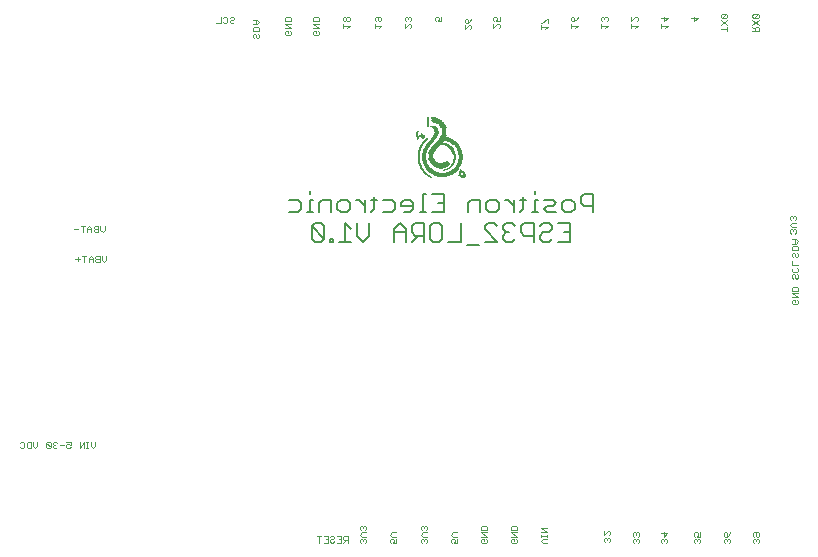
<source format=gbr>
G04 EAGLE Gerber RS-274X export*
G75*
%MOMM*%
%FSLAX34Y34*%
%LPD*%
%INSilkscreen Bottom*%
%IPPOS*%
%AMOC8*
5,1,8,0,0,1.08239X$1,22.5*%
G01*
%ADD10C,0.127000*%
%ADD11R,0.127000X0.025400*%
%ADD12R,0.203200X0.025400*%
%ADD13R,0.279400X0.025400*%
%ADD14R,0.177800X0.025400*%
%ADD15R,0.355600X0.025400*%
%ADD16R,0.381000X0.025400*%
%ADD17R,0.457200X0.025400*%
%ADD18R,0.736600X0.025400*%
%ADD19R,0.508000X0.025400*%
%ADD20R,0.914400X0.025400*%
%ADD21R,0.558800X0.025400*%
%ADD22R,1.092200X0.025400*%
%ADD23R,0.152400X0.025400*%
%ADD24R,0.584200X0.025400*%
%ADD25R,1.219200X0.025400*%
%ADD26R,1.371600X0.025400*%
%ADD27R,0.228600X0.025400*%
%ADD28R,1.473200X0.025400*%
%ADD29R,1.574800X0.025400*%
%ADD30R,1.651000X0.025400*%
%ADD31R,1.752600X0.025400*%
%ADD32R,1.828800X0.025400*%
%ADD33R,1.905000X0.025400*%
%ADD34R,0.889000X0.025400*%
%ADD35R,0.863600X0.025400*%
%ADD36R,0.711200X0.025400*%
%ADD37R,0.431800X0.025400*%
%ADD38R,0.685800X0.025400*%
%ADD39R,0.635000X0.025400*%
%ADD40R,0.406400X0.025400*%
%ADD41R,0.609600X0.025400*%
%ADD42R,0.330200X0.025400*%
%ADD43R,0.533400X0.025400*%
%ADD44R,0.304800X0.025400*%
%ADD45R,0.254000X0.025400*%
%ADD46R,0.482600X0.025400*%
%ADD47R,0.050800X0.025400*%
%ADD48R,0.838200X0.025400*%
%ADD49R,0.965200X0.025400*%
%ADD50R,1.041400X0.025400*%
%ADD51R,1.117600X0.025400*%
%ADD52R,1.270000X0.025400*%
%ADD53R,1.320800X0.025400*%
%ADD54R,1.422400X0.025400*%
%ADD55R,1.524000X0.025400*%
%ADD56R,1.549400X0.025400*%
%ADD57R,0.660400X0.025400*%
%ADD58R,0.101600X0.025400*%
%ADD59R,0.812800X0.025400*%
%ADD60R,1.295400X0.025400*%
%ADD61R,1.244600X0.025400*%
%ADD62R,1.193800X0.025400*%
%ADD63R,0.076200X0.025400*%
%ADD64R,1.066800X0.025400*%
%ADD65R,0.990600X0.025400*%
%ADD66R,0.025400X0.025400*%
%ADD67R,0.787400X0.025400*%
%ADD68R,0.762000X0.025400*%
%ADD69C,0.076200*%


D10*
X497602Y323596D02*
X497602Y339103D01*
X489848Y339103D01*
X487263Y336519D01*
X487263Y331350D01*
X489848Y328765D01*
X497602Y328765D01*
X479581Y323596D02*
X474412Y323596D01*
X471827Y326181D01*
X471827Y331350D01*
X474412Y333934D01*
X479581Y333934D01*
X482166Y331350D01*
X482166Y326181D01*
X479581Y323596D01*
X466730Y323596D02*
X458976Y323596D01*
X456391Y326181D01*
X458976Y328765D01*
X464145Y328765D01*
X466730Y331350D01*
X464145Y333934D01*
X456391Y333934D01*
X451293Y333934D02*
X448709Y333934D01*
X448709Y323596D01*
X451293Y323596D02*
X446124Y323596D01*
X448709Y339103D02*
X448709Y341688D01*
X438418Y336519D02*
X438418Y326181D01*
X435834Y323596D01*
X435834Y333934D02*
X441003Y333934D01*
X430712Y333934D02*
X430712Y323596D01*
X430712Y328765D02*
X425543Y333934D01*
X422958Y333934D01*
X415264Y323596D02*
X410095Y323596D01*
X407511Y326181D01*
X407511Y331350D01*
X410095Y333934D01*
X415264Y333934D01*
X417849Y331350D01*
X417849Y326181D01*
X415264Y323596D01*
X402413Y323596D02*
X402413Y333934D01*
X394659Y333934D01*
X392074Y331350D01*
X392074Y323596D01*
X371541Y339103D02*
X361202Y339103D01*
X371541Y339103D02*
X371541Y323596D01*
X361202Y323596D01*
X366371Y331350D02*
X371541Y331350D01*
X356104Y339103D02*
X353520Y339103D01*
X353520Y323596D01*
X356104Y323596D02*
X350935Y323596D01*
X343229Y323596D02*
X338060Y323596D01*
X343229Y323596D02*
X345814Y326181D01*
X345814Y331350D01*
X343229Y333934D01*
X338060Y333934D01*
X335476Y331350D01*
X335476Y328765D01*
X345814Y328765D01*
X327793Y333934D02*
X320040Y333934D01*
X327793Y333934D02*
X330378Y331350D01*
X330378Y326181D01*
X327793Y323596D01*
X320040Y323596D01*
X312357Y326181D02*
X312357Y336519D01*
X312357Y326181D02*
X309773Y323596D01*
X309773Y333934D02*
X314942Y333934D01*
X304651Y333934D02*
X304651Y323596D01*
X304651Y328765D02*
X299482Y333934D01*
X296897Y333934D01*
X289203Y323596D02*
X284034Y323596D01*
X281449Y326181D01*
X281449Y331350D01*
X284034Y333934D01*
X289203Y333934D01*
X291788Y331350D01*
X291788Y326181D01*
X289203Y323596D01*
X276352Y323596D02*
X276352Y333934D01*
X268598Y333934D01*
X266013Y331350D01*
X266013Y323596D01*
X260915Y333934D02*
X258331Y333934D01*
X258331Y323596D01*
X260915Y323596D02*
X255746Y323596D01*
X258331Y339103D02*
X258331Y341688D01*
X248040Y333934D02*
X240287Y333934D01*
X248040Y333934D02*
X250625Y331350D01*
X250625Y326181D01*
X248040Y323596D01*
X240287Y323596D01*
X467968Y313957D02*
X478307Y313957D01*
X478307Y298450D01*
X467968Y298450D01*
X473137Y306204D02*
X478307Y306204D01*
X455117Y313957D02*
X452532Y311373D01*
X455117Y313957D02*
X460286Y313957D01*
X462870Y311373D01*
X462870Y308788D01*
X460286Y306204D01*
X455117Y306204D01*
X452532Y303619D01*
X452532Y301035D01*
X455117Y298450D01*
X460286Y298450D01*
X462870Y301035D01*
X447434Y298450D02*
X447434Y313957D01*
X439681Y313957D01*
X437096Y311373D01*
X437096Y306204D01*
X439681Y303619D01*
X447434Y303619D01*
X431998Y311373D02*
X429414Y313957D01*
X424245Y313957D01*
X421660Y311373D01*
X421660Y308788D01*
X424245Y306204D01*
X426829Y306204D01*
X424245Y306204D02*
X421660Y303619D01*
X421660Y301035D01*
X424245Y298450D01*
X429414Y298450D01*
X431998Y301035D01*
X416562Y298450D02*
X406224Y298450D01*
X416562Y298450D02*
X406224Y308788D01*
X406224Y311373D01*
X408809Y313957D01*
X413978Y313957D01*
X416562Y311373D01*
X401126Y295865D02*
X390788Y295865D01*
X385690Y298450D02*
X385690Y313957D01*
X385690Y298450D02*
X375352Y298450D01*
X367670Y313957D02*
X362500Y313957D01*
X367670Y313957D02*
X370254Y311373D01*
X370254Y301035D01*
X367670Y298450D01*
X362500Y298450D01*
X359916Y301035D01*
X359916Y311373D01*
X362500Y313957D01*
X354818Y313957D02*
X354818Y298450D01*
X354818Y313957D02*
X347064Y313957D01*
X344480Y311373D01*
X344480Y306204D01*
X347064Y303619D01*
X354818Y303619D01*
X349649Y303619D02*
X344480Y298450D01*
X339382Y298450D02*
X339382Y308788D01*
X334213Y313957D01*
X329044Y308788D01*
X329044Y298450D01*
X329044Y306204D02*
X339382Y306204D01*
X308510Y303619D02*
X308510Y313957D01*
X308510Y303619D02*
X303341Y298450D01*
X298172Y303619D01*
X298172Y313957D01*
X293074Y308788D02*
X287905Y313957D01*
X287905Y298450D01*
X293074Y298450D02*
X282736Y298450D01*
X277638Y298450D02*
X277638Y301035D01*
X275053Y301035D01*
X275053Y298450D01*
X277638Y298450D01*
X269920Y301035D02*
X269920Y311373D01*
X267335Y313957D01*
X262166Y313957D01*
X259582Y311373D01*
X259582Y301035D01*
X262166Y298450D01*
X267335Y298450D01*
X269920Y301035D01*
X259582Y311373D01*
D11*
X361061Y352171D03*
D12*
X360934Y352425D03*
D13*
X387731Y352679D03*
D14*
X360299Y352679D03*
D15*
X387604Y352933D03*
D16*
X370205Y352933D03*
D14*
X359791Y352933D03*
D17*
X387350Y353187D03*
D18*
X370205Y353187D03*
D14*
X359537Y353187D03*
D19*
X387350Y353441D03*
D20*
X370332Y353441D03*
D14*
X359029Y353441D03*
D21*
X387096Y353695D03*
D22*
X370205Y353695D03*
D23*
X358648Y353695D03*
D24*
X387223Y353949D03*
D25*
X370332Y353949D03*
D14*
X358267Y353949D03*
D23*
X389382Y354203D03*
D13*
X385445Y354203D03*
D26*
X370332Y354203D03*
D14*
X358013Y354203D03*
D23*
X389382Y354457D03*
D27*
X385191Y354457D03*
D28*
X370332Y354457D03*
D23*
X357632Y354457D03*
X389128Y354711D03*
D14*
X384937Y354711D03*
D29*
X370332Y354711D03*
D23*
X357378Y354711D03*
D14*
X389001Y354965D03*
D23*
X384810Y354965D03*
D30*
X370459Y354965D03*
D14*
X356997Y354965D03*
X389001Y355219D03*
D11*
X384937Y355219D03*
D31*
X370459Y355219D03*
D14*
X356743Y355219D03*
X388747Y355473D03*
D23*
X385064Y355473D03*
D32*
X370332Y355473D03*
D23*
X356362Y355473D03*
D12*
X388620Y355727D03*
D23*
X385064Y355727D03*
D33*
X370459Y355727D03*
D23*
X356108Y355727D03*
D12*
X388366Y355981D03*
D23*
X385318Y355981D03*
D34*
X375793Y355981D03*
D35*
X364744Y355981D03*
D23*
X355854Y355981D03*
D12*
X388112Y356235D03*
D23*
X385318Y356235D03*
D18*
X376809Y356235D03*
D36*
X363728Y356235D03*
D23*
X355600Y356235D03*
D37*
X386969Y356489D03*
D38*
X377571Y356489D03*
D39*
X363093Y356489D03*
D23*
X355346Y356489D03*
D40*
X386842Y356743D03*
D41*
X378206Y356743D03*
X362458Y356743D03*
D23*
X355092Y356743D03*
D15*
X386842Y356997D03*
D24*
X378587Y356997D03*
X362077Y356997D03*
D23*
X354838Y356997D03*
D42*
X386715Y357251D03*
D43*
X379095Y357251D03*
X361569Y357251D03*
D23*
X354838Y357251D03*
D44*
X386588Y357505D03*
D19*
X379476Y357505D03*
X361188Y357505D03*
D23*
X354584Y357505D03*
D45*
X386334Y357759D03*
D19*
X379730Y357759D03*
X360934Y357759D03*
D23*
X354330Y357759D03*
D27*
X386207Y358013D03*
D46*
X380111Y358013D03*
X360553Y358013D03*
D23*
X354076Y358013D03*
D14*
X386207Y358267D03*
D17*
X380492Y358267D03*
D46*
X360299Y358267D03*
D23*
X353822Y358267D03*
D11*
X386207Y358521D03*
D17*
X380746Y358521D03*
D11*
X371729Y358521D03*
D17*
X359918Y358521D03*
D23*
X353822Y358521D03*
D47*
X386080Y358775D03*
D17*
X381000Y358775D03*
D23*
X372618Y358775D03*
D17*
X359664Y358775D03*
D23*
X353568Y358775D03*
D37*
X381381Y359029D03*
D23*
X373634Y359029D03*
D37*
X359283Y359029D03*
D23*
X353314Y359029D03*
D37*
X381635Y359283D03*
D11*
X374269Y359283D03*
D37*
X359029Y359283D03*
D23*
X353314Y359283D03*
D40*
X381762Y359537D03*
D11*
X374777Y359537D03*
D37*
X358775Y359537D03*
D23*
X353060Y359537D03*
D40*
X382016Y359791D03*
D11*
X375285Y359791D03*
D40*
X358648Y359791D03*
D23*
X352806Y359791D03*
D40*
X382270Y360045D03*
D11*
X375793Y360045D03*
D40*
X358394Y360045D03*
D23*
X352806Y360045D03*
D16*
X382397Y360299D03*
D11*
X376047Y360299D03*
D13*
X368935Y360299D03*
D40*
X358140Y360299D03*
D23*
X352552Y360299D03*
D16*
X382651Y360553D03*
D11*
X376555Y360553D03*
D21*
X369062Y360553D03*
D16*
X358013Y360553D03*
D23*
X352552Y360553D03*
D16*
X382905Y360807D03*
D11*
X376809Y360807D03*
D36*
X369062Y360807D03*
D16*
X357759Y360807D03*
D23*
X352298Y360807D03*
D16*
X382905Y361061D03*
D11*
X377063Y361061D03*
D48*
X368935Y361061D03*
D16*
X357505Y361061D03*
D23*
X352298Y361061D03*
D16*
X383159Y361315D03*
D11*
X377317Y361315D03*
D49*
X369062Y361315D03*
D15*
X357378Y361315D03*
D23*
X352044Y361315D03*
D16*
X383413Y361569D03*
D11*
X377571Y361569D03*
D50*
X368935Y361569D03*
D16*
X357251Y361569D03*
D23*
X352044Y361569D03*
D15*
X383540Y361823D03*
D11*
X377825Y361823D03*
D51*
X369062Y361823D03*
D15*
X357124Y361823D03*
D23*
X351790Y361823D03*
D16*
X383667Y362077D03*
D11*
X378079Y362077D03*
D25*
X369062Y362077D03*
D15*
X356870Y362077D03*
D23*
X351790Y362077D03*
D15*
X383794Y362331D03*
D23*
X378206Y362331D03*
D52*
X369062Y362331D03*
D16*
X356743Y362331D03*
D11*
X351663Y362331D03*
D15*
X384048Y362585D03*
D23*
X378460Y362585D03*
D53*
X369062Y362585D03*
D15*
X356616Y362585D03*
D23*
X351536Y362585D03*
D15*
X384048Y362839D03*
D23*
X378714Y362839D03*
D26*
X369062Y362839D03*
D15*
X356362Y362839D03*
D11*
X351409Y362839D03*
D15*
X384302Y363093D03*
D14*
X378841Y363093D03*
D54*
X369062Y363093D03*
D15*
X356362Y363093D03*
D23*
X351282Y363093D03*
D42*
X384429Y363347D03*
D23*
X378968Y363347D03*
D28*
X369062Y363347D03*
D42*
X356235Y363347D03*
D23*
X351282Y363347D03*
D42*
X384429Y363601D03*
D23*
X379222Y363601D03*
D55*
X369062Y363601D03*
D15*
X356108Y363601D03*
D11*
X351155Y363601D03*
D42*
X384683Y363855D03*
D14*
X379349Y363855D03*
D29*
X369062Y363855D03*
D42*
X355981Y363855D03*
D23*
X351028Y363855D03*
D42*
X384683Y364109D03*
D23*
X379476Y364109D03*
D56*
X368681Y364109D03*
D42*
X355981Y364109D03*
D23*
X351028Y364109D03*
D15*
X384810Y364363D03*
D14*
X379603Y364363D03*
D43*
X373507Y364363D03*
D57*
X363982Y364363D03*
D42*
X355727Y364363D03*
D11*
X350901Y364363D03*
D42*
X384937Y364617D03*
D23*
X379730Y364617D03*
D37*
X373761Y364617D03*
D41*
X363474Y364617D03*
D42*
X355727Y364617D03*
D11*
X350901Y364617D03*
D42*
X384937Y364871D03*
D14*
X379857Y364871D03*
D15*
X373888Y364871D03*
D21*
X363220Y364871D03*
D42*
X355727Y364871D03*
D23*
X350774Y364871D03*
D42*
X385191Y365125D03*
D14*
X379857Y365125D03*
D13*
X374015Y365125D03*
D43*
X362839Y365125D03*
D42*
X355473Y365125D03*
D23*
X350774Y365125D03*
D42*
X385191Y365379D03*
D14*
X380111Y365379D03*
D27*
X374015Y365379D03*
D43*
X362585Y365379D03*
D42*
X355473Y365379D03*
D11*
X350647Y365379D03*
D42*
X385191Y365633D03*
D14*
X380111Y365633D03*
X374015Y365633D03*
D19*
X362458Y365633D03*
D42*
X355473Y365633D03*
D11*
X350647Y365633D03*
D44*
X385318Y365887D03*
D12*
X380238Y365887D03*
D58*
X373888Y365887D03*
D46*
X362077Y365887D03*
D44*
X355346Y365887D03*
D23*
X350520Y365887D03*
D42*
X385445Y366141D03*
D14*
X380365Y366141D03*
D47*
X373888Y366141D03*
D17*
X361950Y366141D03*
D42*
X355219Y366141D03*
D23*
X350520Y366141D03*
D42*
X385445Y366395D03*
D14*
X380365Y366395D03*
D17*
X361696Y366395D03*
D42*
X355219Y366395D03*
D23*
X350520Y366395D03*
D42*
X385445Y366649D03*
D12*
X380492Y366649D03*
D17*
X361696Y366649D03*
D42*
X355219Y366649D03*
D11*
X350393Y366649D03*
D44*
X385572Y366903D03*
D12*
X380492Y366903D03*
D17*
X361442Y366903D03*
D44*
X355092Y366903D03*
D11*
X350393Y366903D03*
D44*
X385572Y367157D03*
D12*
X380492Y367157D03*
D37*
X361315Y367157D03*
D44*
X355092Y367157D03*
D11*
X350393Y367157D03*
D44*
X385572Y367411D03*
D14*
X380619Y367411D03*
D37*
X361315Y367411D03*
D42*
X354965Y367411D03*
D23*
X350266Y367411D03*
D42*
X385699Y367665D03*
D12*
X380746Y367665D03*
D37*
X361061Y367665D03*
D42*
X354965Y367665D03*
D23*
X350266Y367665D03*
D42*
X385699Y367919D03*
D12*
X380746Y367919D03*
D40*
X360934Y367919D03*
D42*
X354965Y367919D03*
D23*
X350266Y367919D03*
D42*
X385699Y368173D03*
D12*
X380746Y368173D03*
D40*
X360934Y368173D03*
D42*
X354965Y368173D03*
D23*
X350266Y368173D03*
D44*
X385826Y368427D03*
D12*
X380746Y368427D03*
D37*
X360807Y368427D03*
D44*
X354838Y368427D03*
D23*
X350266Y368427D03*
D44*
X385826Y368681D03*
D12*
X380746Y368681D03*
D40*
X360680Y368681D03*
D44*
X354838Y368681D03*
D23*
X350266Y368681D03*
D44*
X385826Y368935D03*
D12*
X380746Y368935D03*
D40*
X360680Y368935D03*
D44*
X354838Y368935D03*
D11*
X350139Y368935D03*
D44*
X385826Y369189D03*
D12*
X380746Y369189D03*
D40*
X360680Y369189D03*
D44*
X354838Y369189D03*
D11*
X350139Y369189D03*
D44*
X385826Y369443D03*
D12*
X380746Y369443D03*
D40*
X360680Y369443D03*
D44*
X354838Y369443D03*
D11*
X350139Y369443D03*
D44*
X385826Y369697D03*
D12*
X380746Y369697D03*
D16*
X360553Y369697D03*
D44*
X354838Y369697D03*
D11*
X350139Y369697D03*
D44*
X385826Y369951D03*
D12*
X380746Y369951D03*
D16*
X360553Y369951D03*
D44*
X354838Y369951D03*
D11*
X350139Y369951D03*
D44*
X385826Y370205D03*
D12*
X380746Y370205D03*
D16*
X360553Y370205D03*
D44*
X354838Y370205D03*
D11*
X350139Y370205D03*
D44*
X385826Y370459D03*
D27*
X380619Y370459D03*
D16*
X360553Y370459D03*
D44*
X354838Y370459D03*
D11*
X350139Y370459D03*
D44*
X385826Y370713D03*
D27*
X380619Y370713D03*
D16*
X360553Y370713D03*
D44*
X354838Y370713D03*
D11*
X350139Y370713D03*
D44*
X385826Y370967D03*
D27*
X380619Y370967D03*
D16*
X360553Y370967D03*
D44*
X354838Y370967D03*
D23*
X350266Y370967D03*
D42*
X385699Y371221D03*
D27*
X380619Y371221D03*
D16*
X360553Y371221D03*
D44*
X354838Y371221D03*
D23*
X350266Y371221D03*
D42*
X385699Y371475D03*
D27*
X380619Y371475D03*
D16*
X360553Y371475D03*
D44*
X354838Y371475D03*
D23*
X350266Y371475D03*
D44*
X385572Y371729D03*
D27*
X380619Y371729D03*
D40*
X360680Y371729D03*
D42*
X354965Y371729D03*
D23*
X350266Y371729D03*
D44*
X385572Y371983D03*
D27*
X380365Y371983D03*
D40*
X360680Y371983D03*
D42*
X354965Y371983D03*
D23*
X350266Y371983D03*
D44*
X385572Y372237D03*
D27*
X380365Y372237D03*
D40*
X360680Y372237D03*
D42*
X354965Y372237D03*
D11*
X350393Y372237D03*
D44*
X385572Y372491D03*
D27*
X380365Y372491D03*
D40*
X360680Y372491D03*
D42*
X354965Y372491D03*
D11*
X350393Y372491D03*
D44*
X385572Y372745D03*
D45*
X380238Y372745D03*
D40*
X360680Y372745D03*
D44*
X355092Y372745D03*
D11*
X350393Y372745D03*
D42*
X385445Y372999D03*
D45*
X380238Y372999D03*
D37*
X360807Y372999D03*
D44*
X355092Y372999D03*
D11*
X350393Y372999D03*
D42*
X385445Y373253D03*
D27*
X380111Y373253D03*
D40*
X360934Y373253D03*
D42*
X355219Y373253D03*
D23*
X350520Y373253D03*
D44*
X385318Y373507D03*
D45*
X379984Y373507D03*
D37*
X361061Y373507D03*
D42*
X355219Y373507D03*
D23*
X350520Y373507D03*
D44*
X385318Y373761D03*
D45*
X379984Y373761D03*
D37*
X361061Y373761D03*
D42*
X355219Y373761D03*
D11*
X350647Y373761D03*
D42*
X385191Y374015D03*
D45*
X379730Y374015D03*
D37*
X361315Y374015D03*
D44*
X355346Y374015D03*
D11*
X350647Y374015D03*
D42*
X385191Y374269D03*
D45*
X379730Y374269D03*
D37*
X361315Y374269D03*
D42*
X355473Y374269D03*
D11*
X350647Y374269D03*
D44*
X385064Y374523D03*
D45*
X379476Y374523D03*
D17*
X361442Y374523D03*
D42*
X355473Y374523D03*
D23*
X350774Y374523D03*
D42*
X384937Y374777D03*
D45*
X379476Y374777D03*
D17*
X361696Y374777D03*
D15*
X355600Y374777D03*
D11*
X350901Y374777D03*
D42*
X384937Y375031D03*
D45*
X379222Y375031D03*
D46*
X361823Y375031D03*
D42*
X355727Y375031D03*
D11*
X350901Y375031D03*
D44*
X384810Y375285D03*
D45*
X379222Y375285D03*
D17*
X361950Y375285D03*
D42*
X355727Y375285D03*
D11*
X350901Y375285D03*
D42*
X384683Y375539D03*
D45*
X378968Y375539D03*
D46*
X362077Y375539D03*
D15*
X355854Y375539D03*
D23*
X351028Y375539D03*
D42*
X384683Y375793D03*
D13*
X378841Y375793D03*
D46*
X362331Y375793D03*
D42*
X355981Y375793D03*
D11*
X351155Y375793D03*
D42*
X384429Y376047D03*
D13*
X378587Y376047D03*
D19*
X362458Y376047D03*
D15*
X356108Y376047D03*
D11*
X351155Y376047D03*
D42*
X384429Y376301D03*
D13*
X378587Y376301D03*
D19*
X362712Y376301D03*
D42*
X356235Y376301D03*
D23*
X351282Y376301D03*
D15*
X384302Y376555D03*
D13*
X378333Y376555D03*
D19*
X362966Y376555D03*
D15*
X356362Y376555D03*
D11*
X351409Y376555D03*
D42*
X384175Y376809D03*
D13*
X378079Y376809D03*
D43*
X363093Y376809D03*
D42*
X356489Y376809D03*
D11*
X351409Y376809D03*
D15*
X384048Y377063D03*
D13*
X377825Y377063D03*
D43*
X363347Y377063D03*
D15*
X356616Y377063D03*
D11*
X351663Y377063D03*
D15*
X383794Y377317D03*
D13*
X377571Y377317D03*
D43*
X363601Y377317D03*
D15*
X356870Y377317D03*
D11*
X351663Y377317D03*
D15*
X383794Y377571D03*
D42*
X377317Y377571D03*
D43*
X363855Y377571D03*
D15*
X356870Y377571D03*
D23*
X351790Y377571D03*
D15*
X383540Y377825D03*
D42*
X377063Y377825D03*
D19*
X363982Y377825D03*
D15*
X357124Y377825D03*
D11*
X351917Y377825D03*
D16*
X383413Y378079D03*
D42*
X376809Y378079D03*
D19*
X364236Y378079D03*
D16*
X357251Y378079D03*
D23*
X352044Y378079D03*
D15*
X383286Y378333D03*
D44*
X376428Y378333D03*
D43*
X364363Y378333D03*
D16*
X357505Y378333D03*
D11*
X352171Y378333D03*
D16*
X383159Y378587D03*
D42*
X376047Y378587D03*
D43*
X364617Y378587D03*
D16*
X357505Y378587D03*
D23*
X352298Y378587D03*
D16*
X382905Y378841D03*
D42*
X375793Y378841D03*
D43*
X364871Y378841D03*
D16*
X357759Y378841D03*
D11*
X352425Y378841D03*
D16*
X382651Y379095D03*
D15*
X375412Y379095D03*
D43*
X365125Y379095D03*
D16*
X358013Y379095D03*
D23*
X352552Y379095D03*
D40*
X382524Y379349D03*
D15*
X374904Y379349D03*
D43*
X365379Y379349D03*
D40*
X358140Y379349D03*
D11*
X352679Y379349D03*
D40*
X382270Y379603D03*
D16*
X374523Y379603D03*
D43*
X365633Y379603D03*
D16*
X358267Y379603D03*
D11*
X352933Y379603D03*
D40*
X382016Y379857D03*
X373888Y379857D03*
D43*
X365887Y379857D03*
D16*
X358521Y379857D03*
D11*
X352933Y379857D03*
D40*
X381762Y380111D03*
D46*
X373253Y380111D03*
D43*
X366141Y380111D03*
D16*
X358775Y380111D03*
D11*
X353187Y380111D03*
D37*
X381635Y380365D03*
D24*
X372237Y380365D03*
D43*
X366395Y380365D03*
D40*
X358902Y380365D03*
D23*
X353314Y380365D03*
D37*
X381381Y380619D03*
D50*
X369189Y380619D03*
D16*
X359029Y380619D03*
D11*
X353441Y380619D03*
D17*
X381000Y380873D03*
D49*
X369062Y380873D03*
D16*
X359283Y380873D03*
D11*
X353695Y380873D03*
D17*
X380746Y381127D03*
D48*
X368681Y381127D03*
D16*
X359537Y381127D03*
D11*
X353949Y381127D03*
D17*
X380492Y381381D03*
D58*
X370586Y381381D03*
D43*
X367157Y381381D03*
D16*
X359791Y381381D03*
D11*
X353949Y381381D03*
D46*
X380111Y381635D03*
D43*
X367411Y381635D03*
D15*
X359918Y381635D03*
D11*
X354203Y381635D03*
D19*
X379730Y381889D03*
D43*
X367665Y381889D03*
D15*
X360172Y381889D03*
D11*
X354457Y381889D03*
D19*
X379476Y382143D03*
D43*
X367919Y382143D03*
D16*
X360299Y382143D03*
D11*
X354711Y382143D03*
D43*
X379095Y382397D03*
X368173Y382397D03*
D16*
X360553Y382397D03*
D11*
X354711Y382397D03*
D21*
X378714Y382651D03*
D43*
X368427Y382651D03*
D15*
X360680Y382651D03*
D11*
X354965Y382651D03*
D41*
X378206Y382905D03*
D19*
X368554Y382905D03*
D15*
X360934Y382905D03*
D11*
X355219Y382905D03*
D57*
X377698Y383159D03*
D19*
X368808Y383159D03*
D15*
X361188Y383159D03*
D11*
X355473Y383159D03*
D38*
X377063Y383413D03*
D19*
X369062Y383413D03*
D15*
X361442Y383413D03*
D11*
X355727Y383413D03*
D59*
X376174Y383667D03*
D19*
X369316Y383667D03*
D16*
X361569Y383667D03*
D11*
X355981Y383667D03*
D60*
X373507Y383921D03*
D15*
X361696Y383921D03*
D11*
X356235Y383921D03*
D61*
X373253Y384175D03*
D15*
X361950Y384175D03*
D11*
X356489Y384175D03*
D62*
X373253Y384429D03*
D15*
X362204Y384429D03*
D11*
X356743Y384429D03*
D51*
X373126Y384683D03*
D42*
X362331Y384683D03*
D11*
X356997Y384683D03*
D63*
X349631Y384683D03*
D64*
X372872Y384937D03*
D42*
X362585Y384937D03*
D11*
X357505Y384937D03*
D63*
X353695Y384937D03*
D11*
X349631Y384937D03*
D65*
X372745Y385191D03*
D44*
X362712Y385191D03*
D11*
X353695Y385191D03*
D23*
X349504Y385191D03*
D20*
X372618Y385445D03*
D42*
X362839Y385445D03*
D23*
X353568Y385445D03*
D14*
X349631Y385445D03*
D48*
X372491Y385699D03*
D42*
X363093Y385699D03*
D23*
X353568Y385699D03*
D14*
X349631Y385699D03*
D18*
X372237Y385953D03*
D44*
X363220Y385953D03*
D23*
X353568Y385953D03*
D14*
X349377Y385953D03*
D39*
X371983Y386207D03*
D44*
X363474Y386207D03*
D14*
X353441Y386207D03*
X349377Y386207D03*
D21*
X371602Y386461D03*
D44*
X363728Y386461D03*
D13*
X353949Y386461D03*
D14*
X349377Y386461D03*
D37*
X371221Y386715D03*
D44*
X363982Y386715D03*
D17*
X353314Y386715D03*
D12*
X349250Y386715D03*
D37*
X371221Y386969D03*
D44*
X363982Y386969D03*
D46*
X353187Y386969D03*
D14*
X349123Y386969D03*
D40*
X371348Y387223D03*
D44*
X364236Y387223D03*
D46*
X353187Y387223D03*
D14*
X349123Y387223D03*
D37*
X371475Y387477D03*
D13*
X364363Y387477D03*
D37*
X353441Y387477D03*
D14*
X349123Y387477D03*
D40*
X371602Y387731D03*
D13*
X364617Y387731D03*
D42*
X353187Y387731D03*
D14*
X348869Y387731D03*
D40*
X371602Y387985D03*
D13*
X364617Y387985D03*
D14*
X353187Y387985D03*
X348869Y387985D03*
D40*
X371602Y388239D03*
D13*
X364871Y388239D03*
D23*
X353060Y388239D03*
D14*
X348869Y388239D03*
D16*
X371729Y388493D03*
D13*
X364871Y388493D03*
D23*
X353060Y388493D03*
X348742Y388493D03*
D40*
X371856Y388747D03*
D45*
X364998Y388747D03*
D11*
X352933Y388747D03*
D23*
X348742Y388747D03*
D40*
X371856Y389001D03*
D13*
X365125Y389001D03*
D11*
X352933Y389001D03*
D23*
X348742Y389001D03*
D40*
X371856Y389255D03*
D13*
X365125Y389255D03*
D63*
X352933Y389255D03*
D23*
X348742Y389255D03*
D40*
X371856Y389509D03*
D13*
X365125Y389509D03*
D47*
X352806Y389509D03*
D14*
X348869Y389509D03*
D16*
X371983Y389763D03*
D13*
X365379Y389763D03*
D14*
X348869Y389763D03*
D16*
X371983Y390017D03*
D13*
X365379Y390017D03*
D23*
X348996Y390017D03*
D16*
X371983Y390271D03*
D13*
X365379Y390271D03*
D23*
X348996Y390271D03*
D16*
X371983Y390525D03*
D13*
X365379Y390525D03*
D23*
X348996Y390525D03*
D16*
X371983Y390779D03*
D13*
X365379Y390779D03*
D11*
X349123Y390779D03*
D16*
X371983Y391033D03*
D13*
X365379Y391033D03*
D58*
X349250Y391033D03*
D16*
X371983Y391287D03*
D44*
X365252Y391287D03*
D66*
X349377Y391287D03*
D16*
X371983Y391541D03*
D44*
X365252Y391541D03*
D16*
X371983Y391795D03*
D44*
X365252Y391795D03*
D16*
X371983Y392049D03*
D44*
X365252Y392049D03*
D16*
X371983Y392303D03*
D44*
X365252Y392303D03*
D40*
X371856Y392557D03*
D44*
X364998Y392557D03*
D40*
X371856Y392811D03*
D44*
X364998Y392811D03*
D40*
X371856Y393065D03*
D44*
X364998Y393065D03*
D40*
X371856Y393319D03*
D44*
X364744Y393319D03*
D40*
X371602Y393573D03*
D42*
X364617Y393573D03*
D40*
X371602Y393827D03*
D44*
X364490Y393827D03*
D40*
X371602Y394081D03*
D44*
X364236Y394081D03*
D37*
X371475Y394335D03*
D44*
X363982Y394335D03*
D40*
X371348Y394589D03*
D44*
X363728Y394589D03*
D37*
X371221Y394843D03*
D42*
X363347Y394843D03*
D37*
X371221Y395097D03*
D42*
X363093Y395097D03*
D37*
X370967Y395351D03*
D42*
X362585Y395351D03*
D37*
X370967Y395605D03*
D16*
X361823Y395605D03*
D17*
X370840Y395859D03*
D44*
X361442Y395859D03*
D14*
X357759Y395859D03*
D17*
X370586Y396113D03*
D14*
X357759Y396113D03*
D46*
X370459Y396367D03*
D14*
X357759Y396367D03*
D46*
X370205Y396621D03*
D14*
X357759Y396621D03*
D19*
X370078Y396875D03*
D14*
X357759Y396875D03*
D19*
X369824Y397129D03*
D14*
X357759Y397129D03*
D19*
X369570Y397383D03*
D14*
X357759Y397383D03*
D43*
X369443Y397637D03*
D14*
X357759Y397637D03*
D21*
X369062Y397891D03*
D14*
X357759Y397891D03*
D21*
X368808Y398145D03*
D14*
X357759Y398145D03*
D41*
X368554Y398399D03*
D14*
X357759Y398399D03*
D57*
X368046Y398653D03*
D14*
X357759Y398653D03*
D36*
X367538Y398907D03*
D14*
X357759Y398907D03*
D67*
X366903Y399161D03*
D14*
X357759Y399161D03*
D20*
X366014Y399415D03*
D14*
X357759Y399415D03*
D34*
X365887Y399669D03*
D14*
X357759Y399669D03*
D35*
X365760Y399923D03*
D14*
X357759Y399923D03*
D48*
X365633Y400177D03*
D14*
X357759Y400177D03*
D59*
X365506Y400431D03*
D14*
X357759Y400431D03*
D68*
X365252Y400685D03*
D14*
X357759Y400685D03*
D18*
X365125Y400939D03*
D14*
X357759Y400939D03*
D38*
X364871Y401193D03*
D14*
X357759Y401193D03*
D57*
X364744Y401447D03*
D14*
X357759Y401447D03*
D41*
X364490Y401701D03*
D14*
X357759Y401701D03*
D21*
X364236Y401955D03*
D14*
X357759Y401955D03*
D19*
X363982Y402209D03*
D14*
X357759Y402209D03*
D37*
X363601Y402463D03*
D14*
X357759Y402463D03*
D15*
X363220Y402717D03*
D14*
X357759Y402717D03*
D45*
X362712Y402971D03*
D14*
X357759Y402971D03*
D69*
X670442Y249215D02*
X671332Y248325D01*
X671332Y246545D01*
X670442Y245656D01*
X666883Y245656D01*
X665993Y246545D01*
X665993Y248325D01*
X666883Y249215D01*
X668662Y249215D01*
X668662Y247435D01*
X665993Y251269D02*
X671332Y251269D01*
X665993Y254828D01*
X671332Y254828D01*
X671332Y256882D02*
X665993Y256882D01*
X665993Y259551D01*
X666883Y260441D01*
X670442Y260441D01*
X671332Y259551D01*
X671332Y256882D01*
X671332Y269915D02*
X670442Y270805D01*
X671332Y269915D02*
X671332Y268135D01*
X670442Y267246D01*
X669552Y267246D01*
X668662Y268135D01*
X668662Y269915D01*
X667773Y270805D01*
X666883Y270805D01*
X665993Y269915D01*
X665993Y268135D01*
X666883Y267246D01*
X671332Y275528D02*
X670442Y276418D01*
X671332Y275528D02*
X671332Y273749D01*
X670442Y272859D01*
X666883Y272859D01*
X665993Y273749D01*
X665993Y275528D01*
X666883Y276418D01*
X665993Y278472D02*
X671332Y278472D01*
X665993Y278472D02*
X665993Y282031D01*
X671322Y288306D02*
X670432Y289196D01*
X671322Y288306D02*
X671322Y286527D01*
X670432Y285637D01*
X669542Y285637D01*
X668652Y286527D01*
X668652Y288306D01*
X667763Y289196D01*
X666873Y289196D01*
X665983Y288306D01*
X665983Y286527D01*
X666873Y285637D01*
X665983Y291250D02*
X671322Y291250D01*
X665983Y291250D02*
X665983Y293919D01*
X666873Y294809D01*
X670432Y294809D01*
X671322Y293919D01*
X671322Y291250D01*
X669542Y296863D02*
X665983Y296863D01*
X669542Y296863D02*
X671322Y298643D01*
X669542Y300422D01*
X665983Y300422D01*
X668652Y300422D02*
X668652Y296863D01*
X669172Y305346D02*
X670062Y306235D01*
X670062Y308015D01*
X669172Y308905D01*
X668282Y308905D01*
X667392Y308015D01*
X667392Y307125D01*
X667392Y308015D02*
X666503Y308905D01*
X665613Y308905D01*
X664723Y308015D01*
X664723Y306235D01*
X665613Y305346D01*
X666503Y310959D02*
X670062Y310959D01*
X666503Y310959D02*
X664723Y312738D01*
X666503Y314518D01*
X670062Y314518D01*
X669172Y316572D02*
X670062Y317462D01*
X670062Y319241D01*
X669172Y320131D01*
X668282Y320131D01*
X667392Y319241D01*
X667392Y318351D01*
X667392Y319241D02*
X666503Y320131D01*
X665613Y320131D01*
X664723Y319241D01*
X664723Y317462D01*
X665613Y316572D01*
X638302Y43957D02*
X637412Y43067D01*
X638302Y43957D02*
X638302Y45736D01*
X637412Y46626D01*
X636522Y46626D01*
X635632Y45736D01*
X635632Y44847D01*
X635632Y45736D02*
X634743Y46626D01*
X633853Y46626D01*
X632963Y45736D01*
X632963Y43957D01*
X633853Y43067D01*
X633853Y48680D02*
X632963Y49570D01*
X632963Y51349D01*
X633853Y52239D01*
X637412Y52239D01*
X638302Y51349D01*
X638302Y49570D01*
X637412Y48680D01*
X636522Y48680D01*
X635632Y49570D01*
X635632Y52239D01*
X614172Y43957D02*
X613282Y43067D01*
X614172Y43957D02*
X614172Y45736D01*
X613282Y46626D01*
X612392Y46626D01*
X611502Y45736D01*
X611502Y44847D01*
X611502Y45736D02*
X610613Y46626D01*
X609723Y46626D01*
X608833Y45736D01*
X608833Y43957D01*
X609723Y43067D01*
X613282Y50460D02*
X614172Y52239D01*
X613282Y50460D02*
X611502Y48680D01*
X609723Y48680D01*
X608833Y49570D01*
X608833Y51349D01*
X609723Y52239D01*
X610613Y52239D01*
X611502Y51349D01*
X611502Y48680D01*
X588772Y43957D02*
X587882Y43067D01*
X588772Y43957D02*
X588772Y45736D01*
X587882Y46626D01*
X586992Y46626D01*
X586102Y45736D01*
X586102Y44847D01*
X586102Y45736D02*
X585213Y46626D01*
X584323Y46626D01*
X583433Y45736D01*
X583433Y43957D01*
X584323Y43067D01*
X588772Y48680D02*
X588772Y52239D01*
X588772Y48680D02*
X586102Y48680D01*
X586992Y50460D01*
X586992Y51349D01*
X586102Y52239D01*
X584323Y52239D01*
X583433Y51349D01*
X583433Y49570D01*
X584323Y48680D01*
X560832Y43957D02*
X559942Y43067D01*
X560832Y43957D02*
X560832Y45736D01*
X559942Y46626D01*
X559052Y46626D01*
X558162Y45736D01*
X558162Y44847D01*
X558162Y45736D02*
X557273Y46626D01*
X556383Y46626D01*
X555493Y45736D01*
X555493Y43957D01*
X556383Y43067D01*
X555493Y51349D02*
X560832Y51349D01*
X558162Y48680D01*
X558162Y52239D01*
X536702Y43957D02*
X535812Y43067D01*
X536702Y43957D02*
X536702Y45736D01*
X535812Y46626D01*
X534922Y46626D01*
X534032Y45736D01*
X534032Y44847D01*
X534032Y45736D02*
X533143Y46626D01*
X532253Y46626D01*
X531363Y45736D01*
X531363Y43957D01*
X532253Y43067D01*
X535812Y48680D02*
X536702Y49570D01*
X536702Y51349D01*
X535812Y52239D01*
X534922Y52239D01*
X534032Y51349D01*
X534032Y50460D01*
X534032Y51349D02*
X533143Y52239D01*
X532253Y52239D01*
X531363Y51349D01*
X531363Y49570D01*
X532253Y48680D01*
X512572Y45227D02*
X511682Y44337D01*
X512572Y45227D02*
X512572Y47006D01*
X511682Y47896D01*
X510792Y47896D01*
X509902Y47006D01*
X509902Y46117D01*
X509902Y47006D02*
X509013Y47896D01*
X508123Y47896D01*
X507233Y47006D01*
X507233Y45227D01*
X508123Y44337D01*
X507233Y49950D02*
X507233Y53509D01*
X507233Y49950D02*
X510792Y53509D01*
X511682Y53509D01*
X512572Y52619D01*
X512572Y50840D01*
X511682Y49950D01*
X459232Y43067D02*
X455673Y43067D01*
X453893Y44847D01*
X455673Y46626D01*
X459232Y46626D01*
X453893Y48680D02*
X453893Y50460D01*
X453893Y49570D02*
X459232Y49570D01*
X459232Y48680D02*
X459232Y50460D01*
X459232Y52422D02*
X453893Y52422D01*
X453893Y55981D02*
X459232Y52422D01*
X459232Y55981D02*
X453893Y55981D01*
X433832Y45736D02*
X432942Y46626D01*
X433832Y45736D02*
X433832Y43957D01*
X432942Y43067D01*
X429383Y43067D01*
X428493Y43957D01*
X428493Y45736D01*
X429383Y46626D01*
X431162Y46626D01*
X431162Y44847D01*
X428493Y48680D02*
X433832Y48680D01*
X428493Y52239D01*
X433832Y52239D01*
X433832Y54293D02*
X428493Y54293D01*
X428493Y56962D01*
X429383Y57852D01*
X432942Y57852D01*
X433832Y56962D01*
X433832Y54293D01*
X408432Y45736D02*
X407542Y46626D01*
X408432Y45736D02*
X408432Y43957D01*
X407542Y43067D01*
X403983Y43067D01*
X403093Y43957D01*
X403093Y45736D01*
X403983Y46626D01*
X405762Y46626D01*
X405762Y44847D01*
X403093Y48680D02*
X408432Y48680D01*
X403093Y52239D01*
X408432Y52239D01*
X408432Y54293D02*
X403093Y54293D01*
X403093Y56962D01*
X403983Y57852D01*
X407542Y57852D01*
X408432Y56962D01*
X408432Y54293D01*
X383032Y46626D02*
X383032Y43067D01*
X380362Y43067D01*
X381252Y44847D01*
X381252Y45736D01*
X380362Y46626D01*
X378583Y46626D01*
X377693Y45736D01*
X377693Y43957D01*
X378583Y43067D01*
X379473Y48680D02*
X383032Y48680D01*
X379473Y48680D02*
X377693Y50460D01*
X379473Y52239D01*
X383032Y52239D01*
X357632Y43957D02*
X356742Y43067D01*
X357632Y43957D02*
X357632Y45736D01*
X356742Y46626D01*
X355852Y46626D01*
X354962Y45736D01*
X354962Y44847D01*
X354962Y45736D02*
X354073Y46626D01*
X353183Y46626D01*
X352293Y45736D01*
X352293Y43957D01*
X353183Y43067D01*
X354073Y48680D02*
X357632Y48680D01*
X354073Y48680D02*
X352293Y50460D01*
X354073Y52239D01*
X357632Y52239D01*
X356742Y54293D02*
X357632Y55183D01*
X357632Y56962D01*
X356742Y57852D01*
X355852Y57852D01*
X354962Y56962D01*
X354962Y56073D01*
X354962Y56962D02*
X354073Y57852D01*
X353183Y57852D01*
X352293Y56962D01*
X352293Y55183D01*
X353183Y54293D01*
X330962Y46626D02*
X330962Y43067D01*
X328292Y43067D01*
X329182Y44847D01*
X329182Y45736D01*
X328292Y46626D01*
X326513Y46626D01*
X325623Y45736D01*
X325623Y43957D01*
X326513Y43067D01*
X327403Y48680D02*
X330962Y48680D01*
X327403Y48680D02*
X325623Y50460D01*
X327403Y52239D01*
X330962Y52239D01*
X305562Y43957D02*
X304672Y43067D01*
X305562Y43957D02*
X305562Y45736D01*
X304672Y46626D01*
X303782Y46626D01*
X302892Y45736D01*
X302892Y44847D01*
X302892Y45736D02*
X302003Y46626D01*
X301113Y46626D01*
X300223Y45736D01*
X300223Y43957D01*
X301113Y43067D01*
X302003Y48680D02*
X305562Y48680D01*
X302003Y48680D02*
X300223Y50460D01*
X302003Y52239D01*
X305562Y52239D01*
X304672Y54293D02*
X305562Y55183D01*
X305562Y56962D01*
X304672Y57852D01*
X303782Y57852D01*
X302892Y56962D01*
X302892Y56073D01*
X302892Y56962D02*
X302003Y57852D01*
X301113Y57852D01*
X300223Y56962D01*
X300223Y55183D01*
X301113Y54293D01*
X290081Y49032D02*
X290081Y43693D01*
X290081Y49032D02*
X287411Y49032D01*
X286522Y48142D01*
X286522Y46362D01*
X287411Y45473D01*
X290081Y45473D01*
X288301Y45473D02*
X286522Y43693D01*
X284467Y49032D02*
X280908Y49032D01*
X284467Y49032D02*
X284467Y43693D01*
X280908Y43693D01*
X282688Y46362D02*
X284467Y46362D01*
X276185Y49032D02*
X275295Y48142D01*
X276185Y49032D02*
X277965Y49032D01*
X278854Y48142D01*
X278854Y47252D01*
X277965Y46362D01*
X276185Y46362D01*
X275295Y45473D01*
X275295Y44583D01*
X276185Y43693D01*
X277965Y43693D01*
X278854Y44583D01*
X273241Y49032D02*
X269682Y49032D01*
X273241Y49032D02*
X273241Y43693D01*
X269682Y43693D01*
X271462Y46362D02*
X273241Y46362D01*
X265849Y43693D02*
X265849Y49032D01*
X267628Y49032D02*
X264069Y49032D01*
X84341Y308363D02*
X84341Y311922D01*
X84341Y308363D02*
X82561Y306583D01*
X80782Y308363D01*
X80782Y311922D01*
X78727Y311922D02*
X78727Y306583D01*
X78727Y311922D02*
X76058Y311922D01*
X75168Y311032D01*
X75168Y310142D01*
X76058Y309252D01*
X75168Y308363D01*
X75168Y307473D01*
X76058Y306583D01*
X78727Y306583D01*
X78727Y309252D02*
X76058Y309252D01*
X73114Y310142D02*
X73114Y306583D01*
X73114Y310142D02*
X71335Y311922D01*
X69555Y310142D01*
X69555Y306583D01*
X69555Y309252D02*
X73114Y309252D01*
X65722Y306583D02*
X65722Y311922D01*
X67501Y311922D02*
X63942Y311922D01*
X61888Y309252D02*
X58329Y309252D01*
X85611Y286522D02*
X85611Y282963D01*
X83831Y281183D01*
X82052Y282963D01*
X82052Y286522D01*
X79997Y286522D02*
X79997Y281183D01*
X79997Y286522D02*
X77328Y286522D01*
X76438Y285632D01*
X76438Y284742D01*
X77328Y283852D01*
X76438Y282963D01*
X76438Y282073D01*
X77328Y281183D01*
X79997Y281183D01*
X79997Y283852D02*
X77328Y283852D01*
X74384Y284742D02*
X74384Y281183D01*
X74384Y284742D02*
X72605Y286522D01*
X70825Y284742D01*
X70825Y281183D01*
X70825Y283852D02*
X74384Y283852D01*
X66992Y281183D02*
X66992Y286522D01*
X68771Y286522D02*
X65212Y286522D01*
X63158Y283852D02*
X59599Y283852D01*
X61379Y282073D02*
X61379Y285632D01*
X190248Y487620D02*
X191138Y488510D01*
X192917Y488510D01*
X193807Y487620D01*
X193807Y486730D01*
X192917Y485840D01*
X191138Y485840D01*
X190248Y484951D01*
X190248Y484061D01*
X191138Y483171D01*
X192917Y483171D01*
X193807Y484061D01*
X185525Y488510D02*
X184635Y487620D01*
X185525Y488510D02*
X187304Y488510D01*
X188194Y487620D01*
X188194Y484061D01*
X187304Y483171D01*
X185525Y483171D01*
X184635Y484061D01*
X182581Y483171D02*
X182581Y488510D01*
X182581Y483171D02*
X179022Y483171D01*
X214444Y474659D02*
X215334Y473769D01*
X215334Y471989D01*
X214444Y471100D01*
X213554Y471100D01*
X212664Y471989D01*
X212664Y473769D01*
X211775Y474659D01*
X210885Y474659D01*
X209995Y473769D01*
X209995Y471989D01*
X210885Y471100D01*
X209995Y476713D02*
X215334Y476713D01*
X209995Y476713D02*
X209995Y479382D01*
X210885Y480272D01*
X214444Y480272D01*
X215334Y479382D01*
X215334Y476713D01*
X213554Y482326D02*
X209995Y482326D01*
X213554Y482326D02*
X215334Y484105D01*
X213554Y485885D01*
X209995Y485885D01*
X212664Y485885D02*
X212664Y482326D01*
X241114Y477199D02*
X242004Y476309D01*
X242004Y474529D01*
X241114Y473640D01*
X237555Y473640D01*
X236665Y474529D01*
X236665Y476309D01*
X237555Y477199D01*
X239334Y477199D01*
X239334Y475419D01*
X236665Y479253D02*
X242004Y479253D01*
X236665Y482812D01*
X242004Y482812D01*
X242004Y484866D02*
X236665Y484866D01*
X236665Y487535D01*
X237555Y488425D01*
X241114Y488425D01*
X242004Y487535D01*
X242004Y484866D01*
X265244Y477199D02*
X266134Y476309D01*
X266134Y474529D01*
X265244Y473640D01*
X261685Y473640D01*
X260795Y474529D01*
X260795Y476309D01*
X261685Y477199D01*
X263464Y477199D01*
X263464Y475419D01*
X260795Y479253D02*
X266134Y479253D01*
X260795Y482812D01*
X266134Y482812D01*
X266134Y484866D02*
X260795Y484866D01*
X260795Y487535D01*
X261685Y488425D01*
X265244Y488425D01*
X266134Y487535D01*
X266134Y484866D01*
X289944Y479375D02*
X291724Y481154D01*
X286385Y481154D01*
X286385Y479375D02*
X286385Y482934D01*
X290834Y484988D02*
X291724Y485878D01*
X291724Y487657D01*
X290834Y488547D01*
X289944Y488547D01*
X289054Y487657D01*
X288165Y488547D01*
X287275Y488547D01*
X286385Y487657D01*
X286385Y485878D01*
X287275Y484988D01*
X288165Y484988D01*
X289054Y485878D01*
X289944Y484988D01*
X290834Y484988D01*
X289054Y485878D02*
X289054Y487657D01*
X316614Y479375D02*
X318394Y481154D01*
X313055Y481154D01*
X313055Y479375D02*
X313055Y482934D01*
X313945Y484988D02*
X313055Y485878D01*
X313055Y487657D01*
X313945Y488547D01*
X317504Y488547D01*
X318394Y487657D01*
X318394Y485878D01*
X317504Y484988D01*
X316614Y484988D01*
X315724Y485878D01*
X315724Y488547D01*
X338455Y482934D02*
X338455Y479375D01*
X342014Y482934D01*
X342904Y482934D01*
X343794Y482044D01*
X343794Y480265D01*
X342904Y479375D01*
X342904Y484988D02*
X343794Y485878D01*
X343794Y487657D01*
X342904Y488547D01*
X342014Y488547D01*
X341124Y487657D01*
X341124Y486767D01*
X341124Y487657D02*
X340235Y488547D01*
X339345Y488547D01*
X338455Y487657D01*
X338455Y485878D01*
X339345Y484988D01*
X369194Y484988D02*
X369194Y488547D01*
X369194Y484988D02*
X366524Y484988D01*
X367414Y486767D01*
X367414Y487657D01*
X366524Y488547D01*
X364745Y488547D01*
X363855Y487657D01*
X363855Y485878D01*
X364745Y484988D01*
X389255Y481664D02*
X389255Y478105D01*
X392814Y481664D01*
X393704Y481664D01*
X394594Y480774D01*
X394594Y478995D01*
X393704Y478105D01*
X393704Y485497D02*
X394594Y487277D01*
X393704Y485497D02*
X391924Y483718D01*
X390145Y483718D01*
X389255Y484608D01*
X389255Y486387D01*
X390145Y487277D01*
X391035Y487277D01*
X391924Y486387D01*
X391924Y483718D01*
X413385Y482934D02*
X413385Y479375D01*
X416944Y482934D01*
X417834Y482934D01*
X418724Y482044D01*
X418724Y480265D01*
X417834Y479375D01*
X418724Y484988D02*
X418724Y488547D01*
X418724Y484988D02*
X416054Y484988D01*
X416944Y486767D01*
X416944Y487657D01*
X416054Y488547D01*
X414275Y488547D01*
X413385Y487657D01*
X413385Y485878D01*
X414275Y484988D01*
X457584Y478105D02*
X459364Y479884D01*
X454025Y479884D01*
X454025Y478105D02*
X454025Y481664D01*
X459364Y483718D02*
X459364Y487277D01*
X458474Y487277D01*
X454915Y483718D01*
X454025Y483718D01*
X482984Y479375D02*
X484764Y481154D01*
X479425Y481154D01*
X479425Y479375D02*
X479425Y482934D01*
X483874Y486767D02*
X484764Y488547D01*
X483874Y486767D02*
X482094Y484988D01*
X480315Y484988D01*
X479425Y485878D01*
X479425Y487657D01*
X480315Y488547D01*
X481205Y488547D01*
X482094Y487657D01*
X482094Y484988D01*
X508384Y479375D02*
X510164Y481154D01*
X504825Y481154D01*
X504825Y479375D02*
X504825Y482934D01*
X509274Y484988D02*
X510164Y485878D01*
X510164Y487657D01*
X509274Y488547D01*
X508384Y488547D01*
X507494Y487657D01*
X507494Y486767D01*
X507494Y487657D02*
X506605Y488547D01*
X505715Y488547D01*
X504825Y487657D01*
X504825Y485878D01*
X505715Y484988D01*
X533784Y479375D02*
X535564Y481154D01*
X530225Y481154D01*
X530225Y479375D02*
X530225Y482934D01*
X530225Y484988D02*
X530225Y488547D01*
X530225Y484988D02*
X533784Y488547D01*
X534674Y488547D01*
X535564Y487657D01*
X535564Y485878D01*
X534674Y484988D01*
X559184Y479375D02*
X560964Y481154D01*
X555625Y481154D01*
X555625Y479375D02*
X555625Y482934D01*
X555625Y487657D02*
X560964Y487657D01*
X558294Y484988D01*
X558294Y488547D01*
X581025Y487657D02*
X586364Y487657D01*
X583694Y484988D01*
X583694Y488547D01*
X606171Y478411D02*
X611510Y478411D01*
X611510Y480190D02*
X611510Y476631D01*
X611510Y482244D02*
X606171Y485803D01*
X606171Y482244D02*
X611510Y485803D01*
X610620Y487857D02*
X607061Y487857D01*
X610620Y487857D02*
X611510Y488747D01*
X611510Y490526D01*
X610620Y491416D01*
X607061Y491416D01*
X606171Y490526D01*
X606171Y488747D01*
X607061Y487857D01*
X610620Y491416D01*
X632841Y476631D02*
X638180Y476631D01*
X638180Y479300D01*
X637290Y480190D01*
X635510Y480190D01*
X634621Y479300D01*
X634621Y476631D01*
X634621Y478411D02*
X632841Y480190D01*
X632841Y485803D02*
X638180Y482244D01*
X638180Y485803D02*
X632841Y482244D01*
X633731Y487857D02*
X637290Y487857D01*
X638180Y488747D01*
X638180Y490526D01*
X637290Y491416D01*
X633731Y491416D01*
X632841Y490526D01*
X632841Y488747D01*
X633731Y487857D01*
X637290Y491416D01*
X76041Y129042D02*
X76041Y125483D01*
X74262Y123703D01*
X72482Y125483D01*
X72482Y129042D01*
X70428Y123703D02*
X68649Y123703D01*
X69539Y123703D02*
X69539Y129042D01*
X70428Y129042D02*
X68649Y129042D01*
X66686Y129042D02*
X66686Y123703D01*
X63127Y123703D02*
X66686Y129042D01*
X63127Y129042D02*
X63127Y123703D01*
X55460Y129042D02*
X51901Y129042D01*
X55460Y129042D02*
X55460Y126372D01*
X53681Y127262D01*
X52791Y127262D01*
X51901Y126372D01*
X51901Y124593D01*
X52791Y123703D01*
X54570Y123703D01*
X55460Y124593D01*
X49847Y126372D02*
X46288Y126372D01*
X44234Y128152D02*
X43344Y129042D01*
X41565Y129042D01*
X40675Y128152D01*
X40675Y127262D01*
X41565Y126372D01*
X42454Y126372D01*
X41565Y126372D02*
X40675Y125483D01*
X40675Y124593D01*
X41565Y123703D01*
X43344Y123703D01*
X44234Y124593D01*
X38621Y124593D02*
X38621Y128152D01*
X37731Y129042D01*
X35951Y129042D01*
X35062Y128152D01*
X35062Y124593D01*
X35951Y123703D01*
X37731Y123703D01*
X38621Y124593D01*
X35062Y128152D01*
X27395Y129042D02*
X27395Y125483D01*
X25615Y123703D01*
X23836Y125483D01*
X23836Y129042D01*
X21781Y129042D02*
X21781Y123703D01*
X19112Y123703D01*
X18222Y124593D01*
X18222Y128152D01*
X19112Y129042D01*
X21781Y129042D01*
X13499Y129042D02*
X12609Y128152D01*
X13499Y129042D02*
X15279Y129042D01*
X16168Y128152D01*
X16168Y124593D01*
X15279Y123703D01*
X13499Y123703D01*
X12609Y124593D01*
M02*

</source>
